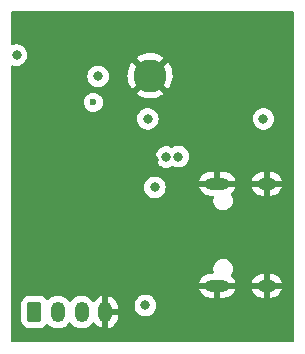
<source format=gbr>
%TF.GenerationSoftware,KiCad,Pcbnew,(6.0.7-1)-1*%
%TF.CreationDate,2022-11-24T20:11:50+01:00*%
%TF.ProjectId,Frost-ESP32,46726f73-742d-4455-9350-33322e6b6963,rev?*%
%TF.SameCoordinates,Original*%
%TF.FileFunction,Copper,L2,Inr*%
%TF.FilePolarity,Positive*%
%FSLAX46Y46*%
G04 Gerber Fmt 4.6, Leading zero omitted, Abs format (unit mm)*
G04 Created by KiCad (PCBNEW (6.0.7-1)-1) date 2022-11-24 20:11:50*
%MOMM*%
%LPD*%
G01*
G04 APERTURE LIST*
G04 Aperture macros list*
%AMRoundRect*
0 Rectangle with rounded corners*
0 $1 Rounding radius*
0 $2 $3 $4 $5 $6 $7 $8 $9 X,Y pos of 4 corners*
0 Add a 4 corners polygon primitive as box body*
4,1,4,$2,$3,$4,$5,$6,$7,$8,$9,$2,$3,0*
0 Add four circle primitives for the rounded corners*
1,1,$1+$1,$2,$3*
1,1,$1+$1,$4,$5*
1,1,$1+$1,$6,$7*
1,1,$1+$1,$8,$9*
0 Add four rect primitives between the rounded corners*
20,1,$1+$1,$2,$3,$4,$5,0*
20,1,$1+$1,$4,$5,$6,$7,0*
20,1,$1+$1,$6,$7,$8,$9,0*
20,1,$1+$1,$8,$9,$2,$3,0*%
G04 Aperture macros list end*
%TA.AperFunction,ComponentPad*%
%ADD10O,2.100000X1.000000*%
%TD*%
%TA.AperFunction,ComponentPad*%
%ADD11O,1.600000X1.000000*%
%TD*%
%TA.AperFunction,ComponentPad*%
%ADD12RoundRect,0.250000X-0.350000X-0.625000X0.350000X-0.625000X0.350000X0.625000X-0.350000X0.625000X0*%
%TD*%
%TA.AperFunction,ComponentPad*%
%ADD13O,1.200000X1.750000*%
%TD*%
%TA.AperFunction,ComponentPad*%
%ADD14C,2.800000*%
%TD*%
%TA.AperFunction,ViaPad*%
%ADD15C,0.800000*%
%TD*%
%TA.AperFunction,ViaPad*%
%ADD16C,0.600000*%
%TD*%
G04 APERTURE END LIST*
D10*
%TO.N,GND*%
%TO.C,J3*%
X111995000Y-82080000D03*
D11*
X116175000Y-90720000D03*
X116175000Y-82080000D03*
D10*
X111995000Y-90720000D03*
%TD*%
D12*
%TO.N,Net-(D2-Pad2)*%
%TO.C,J2*%
X96500000Y-92950000D03*
D13*
%TO.N,/CANL*%
X98500000Y-92950000D03*
%TO.N,/CANH*%
X100500000Y-92950000D03*
%TO.N,GND*%
X102500000Y-92950000D03*
%TD*%
D14*
%TO.N,GND*%
%TO.C,U1*%
X106300000Y-72950000D03*
%TD*%
D15*
%TO.N,+3V3*%
X95000000Y-71200000D03*
X105900000Y-92400000D03*
X106700000Y-82400000D03*
D16*
%TO.N,GND*%
X98600000Y-77900000D03*
D15*
X106600000Y-80100000D03*
D16*
X112100000Y-79600000D03*
X103200000Y-90500000D03*
D15*
%TO.N,/LED*%
X115900000Y-76600000D03*
X101900000Y-73000000D03*
%TO.N,/CS*%
X106100000Y-76600000D03*
%TO.N,/MOSI*%
X108700000Y-79800000D03*
%TO.N,/CLK*%
X107670271Y-79830226D03*
D16*
%TO.N,/MISO*%
X101500000Y-75200000D03*
%TD*%
%TA.AperFunction,Conductor*%
%TO.N,GND*%
G36*
X118433621Y-67520002D02*
G01*
X118480114Y-67573658D01*
X118491500Y-67626000D01*
X118491500Y-95365500D01*
X118471498Y-95433621D01*
X118417842Y-95480114D01*
X118365500Y-95491500D01*
X94634500Y-95491500D01*
X94566379Y-95471498D01*
X94519886Y-95417842D01*
X94508500Y-95365500D01*
X94508500Y-93625400D01*
X95391500Y-93625400D01*
X95402474Y-93731166D01*
X95458450Y-93898946D01*
X95551522Y-94049348D01*
X95676697Y-94174305D01*
X95682927Y-94178145D01*
X95682928Y-94178146D01*
X95820090Y-94262694D01*
X95827262Y-94267115D01*
X95863942Y-94279281D01*
X95988611Y-94320632D01*
X95988613Y-94320632D01*
X95995139Y-94322797D01*
X96001975Y-94323497D01*
X96001978Y-94323498D01*
X96040386Y-94327433D01*
X96099600Y-94333500D01*
X96900400Y-94333500D01*
X96903646Y-94333163D01*
X96903650Y-94333163D01*
X96999308Y-94323238D01*
X96999312Y-94323237D01*
X97006166Y-94322526D01*
X97012702Y-94320345D01*
X97012704Y-94320345D01*
X97148867Y-94274917D01*
X97173946Y-94266550D01*
X97324348Y-94173478D01*
X97449305Y-94048303D01*
X97481075Y-93996764D01*
X97533846Y-93949271D01*
X97603918Y-93937847D01*
X97669042Y-93966121D01*
X97687418Y-93985045D01*
X97693604Y-93992920D01*
X97698135Y-93996852D01*
X97698138Y-93996855D01*
X97783620Y-94071032D01*
X97853363Y-94131552D01*
X97858549Y-94134552D01*
X97858553Y-94134555D01*
X97954957Y-94190326D01*
X98036454Y-94237473D01*
X98236271Y-94306861D01*
X98242206Y-94307722D01*
X98242208Y-94307722D01*
X98439664Y-94336352D01*
X98439667Y-94336352D01*
X98445604Y-94337213D01*
X98656899Y-94327433D01*
X98788077Y-94295819D01*
X98856701Y-94279281D01*
X98856703Y-94279280D01*
X98862534Y-94277875D01*
X98867992Y-94275393D01*
X98867996Y-94275392D01*
X98983041Y-94223084D01*
X99055087Y-94190326D01*
X99227611Y-94067946D01*
X99373881Y-93915150D01*
X99385124Y-93897738D01*
X99394746Y-93882837D01*
X99448501Y-93836460D01*
X99518797Y-93826507D01*
X99583314Y-93856139D01*
X99599681Y-93873351D01*
X99693604Y-93992920D01*
X99698135Y-93996852D01*
X99698138Y-93996855D01*
X99783620Y-94071032D01*
X99853363Y-94131552D01*
X99858549Y-94134552D01*
X99858553Y-94134555D01*
X99954957Y-94190326D01*
X100036454Y-94237473D01*
X100236271Y-94306861D01*
X100242206Y-94307722D01*
X100242208Y-94307722D01*
X100439664Y-94336352D01*
X100439667Y-94336352D01*
X100445604Y-94337213D01*
X100656899Y-94327433D01*
X100788077Y-94295819D01*
X100856701Y-94279281D01*
X100856703Y-94279280D01*
X100862534Y-94277875D01*
X100867992Y-94275393D01*
X100867996Y-94275392D01*
X100983041Y-94223084D01*
X101055087Y-94190326D01*
X101227611Y-94067946D01*
X101373881Y-93915150D01*
X101377130Y-93910119D01*
X101377135Y-93910112D01*
X101395033Y-93882393D01*
X101448789Y-93836016D01*
X101519085Y-93826063D01*
X101583602Y-93855696D01*
X101599970Y-93872909D01*
X101690262Y-93987857D01*
X101698499Y-93996506D01*
X101849123Y-94127212D01*
X101858847Y-94134147D01*
X102031467Y-94234010D01*
X102042331Y-94238984D01*
X102230727Y-94304407D01*
X102231716Y-94304648D01*
X102242008Y-94303180D01*
X102246000Y-94289615D01*
X102246000Y-94285402D01*
X102754000Y-94285402D01*
X102757973Y-94298933D01*
X102767399Y-94300288D01*
X102856537Y-94278806D01*
X102867832Y-94274917D01*
X103049382Y-94192371D01*
X103059724Y-94186424D01*
X103222397Y-94071032D01*
X103231425Y-94063239D01*
X103369342Y-93919169D01*
X103376738Y-93909804D01*
X103484921Y-93742259D01*
X103490417Y-93731655D01*
X103564961Y-93546688D01*
X103568355Y-93535230D01*
X103606857Y-93338072D01*
X103607934Y-93329209D01*
X103608000Y-93326500D01*
X103608000Y-93222115D01*
X103603525Y-93206876D01*
X103602135Y-93205671D01*
X103594452Y-93204000D01*
X102772115Y-93204000D01*
X102756876Y-93208475D01*
X102755671Y-93209865D01*
X102754000Y-93217548D01*
X102754000Y-94285402D01*
X102246000Y-94285402D01*
X102246000Y-92677885D01*
X102754000Y-92677885D01*
X102758475Y-92693124D01*
X102759865Y-92694329D01*
X102767548Y-92696000D01*
X103589885Y-92696000D01*
X103605124Y-92691525D01*
X103606329Y-92690135D01*
X103608000Y-92682452D01*
X103608000Y-92625168D01*
X103607715Y-92619192D01*
X103593529Y-92470506D01*
X103591270Y-92458772D01*
X103574028Y-92400000D01*
X104986496Y-92400000D01*
X105006458Y-92589928D01*
X105065473Y-92771556D01*
X105160960Y-92936944D01*
X105288747Y-93078866D01*
X105443248Y-93191118D01*
X105449276Y-93193802D01*
X105449278Y-93193803D01*
X105611681Y-93266109D01*
X105617712Y-93268794D01*
X105711113Y-93288647D01*
X105798056Y-93307128D01*
X105798061Y-93307128D01*
X105804513Y-93308500D01*
X105995487Y-93308500D01*
X106001939Y-93307128D01*
X106001944Y-93307128D01*
X106088887Y-93288647D01*
X106182288Y-93268794D01*
X106188319Y-93266109D01*
X106350722Y-93193803D01*
X106350724Y-93193802D01*
X106356752Y-93191118D01*
X106511253Y-93078866D01*
X106639040Y-92936944D01*
X106734527Y-92771556D01*
X106793542Y-92589928D01*
X106813504Y-92400000D01*
X106799988Y-92271402D01*
X106794232Y-92216635D01*
X106794232Y-92216633D01*
X106793542Y-92210072D01*
X106734527Y-92028444D01*
X106639040Y-91863056D01*
X106633477Y-91856877D01*
X106515675Y-91726045D01*
X106515674Y-91726044D01*
X106511253Y-91721134D01*
X106395874Y-91637306D01*
X106362094Y-91612763D01*
X106362093Y-91612762D01*
X106356752Y-91608882D01*
X106350724Y-91606198D01*
X106350722Y-91606197D01*
X106188319Y-91533891D01*
X106188318Y-91533891D01*
X106182288Y-91531206D01*
X106088887Y-91511353D01*
X106001944Y-91492872D01*
X106001939Y-91492872D01*
X105995487Y-91491500D01*
X105804513Y-91491500D01*
X105798061Y-91492872D01*
X105798056Y-91492872D01*
X105711113Y-91511353D01*
X105617712Y-91531206D01*
X105611682Y-91533891D01*
X105611681Y-91533891D01*
X105449278Y-91606197D01*
X105449276Y-91606198D01*
X105443248Y-91608882D01*
X105437907Y-91612762D01*
X105437906Y-91612763D01*
X105404126Y-91637306D01*
X105288747Y-91721134D01*
X105284326Y-91726044D01*
X105284325Y-91726045D01*
X105166524Y-91856877D01*
X105160960Y-91863056D01*
X105065473Y-92028444D01*
X105006458Y-92210072D01*
X105005768Y-92216633D01*
X105005768Y-92216635D01*
X105000012Y-92271402D01*
X104986496Y-92400000D01*
X103574028Y-92400000D01*
X103535128Y-92267401D01*
X103530698Y-92256325D01*
X103439381Y-92079022D01*
X103432931Y-92068976D01*
X103309738Y-91912143D01*
X103301501Y-91903494D01*
X103150877Y-91772788D01*
X103141153Y-91765853D01*
X102968533Y-91665990D01*
X102957669Y-91661016D01*
X102769273Y-91595593D01*
X102768284Y-91595352D01*
X102757992Y-91596820D01*
X102754000Y-91610385D01*
X102754000Y-92677885D01*
X102246000Y-92677885D01*
X102246000Y-91614598D01*
X102242027Y-91601067D01*
X102232601Y-91599712D01*
X102143463Y-91621194D01*
X102132168Y-91625083D01*
X101950618Y-91707629D01*
X101940276Y-91713576D01*
X101777603Y-91828968D01*
X101768575Y-91836761D01*
X101630658Y-91980831D01*
X101623259Y-91990200D01*
X101605582Y-92017577D01*
X101551828Y-92063955D01*
X101481532Y-92073909D01*
X101417015Y-92044278D01*
X101400644Y-92027063D01*
X101392867Y-92017163D01*
X101306396Y-91907080D01*
X101301865Y-91903148D01*
X101301862Y-91903145D01*
X101151167Y-91772379D01*
X101146637Y-91768448D01*
X101141451Y-91765448D01*
X101141447Y-91765445D01*
X100968742Y-91665533D01*
X100963546Y-91662527D01*
X100763729Y-91593139D01*
X100757794Y-91592278D01*
X100757792Y-91592278D01*
X100560336Y-91563648D01*
X100560333Y-91563648D01*
X100554396Y-91562787D01*
X100343101Y-91572567D01*
X100230466Y-91599712D01*
X100143299Y-91620719D01*
X100143297Y-91620720D01*
X100137466Y-91622125D01*
X100132008Y-91624607D01*
X100132004Y-91624608D01*
X100040990Y-91665990D01*
X99944913Y-91709674D01*
X99772389Y-91832054D01*
X99626119Y-91984850D01*
X99622866Y-91989888D01*
X99605254Y-92017163D01*
X99551499Y-92063540D01*
X99481203Y-92073493D01*
X99416686Y-92043861D01*
X99400317Y-92026647D01*
X99393193Y-92017577D01*
X99306396Y-91907080D01*
X99301865Y-91903148D01*
X99301862Y-91903145D01*
X99151167Y-91772379D01*
X99146637Y-91768448D01*
X99141451Y-91765448D01*
X99141447Y-91765445D01*
X98968742Y-91665533D01*
X98963546Y-91662527D01*
X98763729Y-91593139D01*
X98757794Y-91592278D01*
X98757792Y-91592278D01*
X98560336Y-91563648D01*
X98560333Y-91563648D01*
X98554396Y-91562787D01*
X98343101Y-91572567D01*
X98230466Y-91599712D01*
X98143299Y-91620719D01*
X98143297Y-91620720D01*
X98137466Y-91622125D01*
X98132008Y-91624607D01*
X98132004Y-91624608D01*
X98040990Y-91665990D01*
X97944913Y-91709674D01*
X97772389Y-91832054D01*
X97768247Y-91836381D01*
X97768241Y-91836386D01*
X97681194Y-91927317D01*
X97619639Y-91962694D01*
X97548730Y-91959175D01*
X97490979Y-91917879D01*
X97483032Y-91906491D01*
X97448478Y-91850652D01*
X97323303Y-91725695D01*
X97315904Y-91721134D01*
X97178968Y-91636725D01*
X97178966Y-91636724D01*
X97172738Y-91632885D01*
X97064005Y-91596820D01*
X97011389Y-91579368D01*
X97011387Y-91579368D01*
X97004861Y-91577203D01*
X96998025Y-91576503D01*
X96998022Y-91576502D01*
X96954969Y-91572091D01*
X96900400Y-91566500D01*
X96099600Y-91566500D01*
X96096354Y-91566837D01*
X96096350Y-91566837D01*
X96000692Y-91576762D01*
X96000688Y-91576763D01*
X95993834Y-91577474D01*
X95987298Y-91579655D01*
X95987296Y-91579655D01*
X95923117Y-91601067D01*
X95826054Y-91633450D01*
X95675652Y-91726522D01*
X95550695Y-91851697D01*
X95546855Y-91857927D01*
X95546854Y-91857928D01*
X95509900Y-91917879D01*
X95457885Y-92002262D01*
X95402203Y-92170139D01*
X95391500Y-92274600D01*
X95391500Y-93625400D01*
X94508500Y-93625400D01*
X94508500Y-90985768D01*
X110472425Y-90985768D01*
X110504138Y-91093521D01*
X110508731Y-91104889D01*
X110594607Y-91269154D01*
X110601321Y-91279415D01*
X110717468Y-91423873D01*
X110726046Y-91432632D01*
X110868039Y-91551778D01*
X110878159Y-91558708D01*
X111040585Y-91648002D01*
X111051858Y-91652834D01*
X111228538Y-91708880D01*
X111240532Y-91711430D01*
X111384761Y-91727607D01*
X111391785Y-91728000D01*
X111722885Y-91728000D01*
X111738124Y-91723525D01*
X111739329Y-91722135D01*
X111741000Y-91714452D01*
X111741000Y-91709885D01*
X112249000Y-91709885D01*
X112253475Y-91725124D01*
X112254865Y-91726329D01*
X112262548Y-91728000D01*
X112591657Y-91728000D01*
X112597805Y-91727699D01*
X112735603Y-91714188D01*
X112747638Y-91711805D01*
X112925076Y-91658233D01*
X112936416Y-91653559D01*
X113100077Y-91566540D01*
X113110294Y-91559751D01*
X113253933Y-91442603D01*
X113262637Y-91433959D01*
X113380784Y-91291144D01*
X113387644Y-91280973D01*
X113475804Y-91117924D01*
X113480556Y-91106619D01*
X113516250Y-90991308D01*
X113516331Y-90985768D01*
X114902425Y-90985768D01*
X114934138Y-91093521D01*
X114938731Y-91104889D01*
X115024607Y-91269154D01*
X115031321Y-91279415D01*
X115147468Y-91423873D01*
X115156046Y-91432632D01*
X115298039Y-91551778D01*
X115308159Y-91558708D01*
X115470585Y-91648002D01*
X115481858Y-91652834D01*
X115658538Y-91708880D01*
X115670532Y-91711430D01*
X115814761Y-91727607D01*
X115821785Y-91728000D01*
X115902885Y-91728000D01*
X115918124Y-91723525D01*
X115919329Y-91722135D01*
X115921000Y-91714452D01*
X115921000Y-91709885D01*
X116429000Y-91709885D01*
X116433475Y-91725124D01*
X116434865Y-91726329D01*
X116442548Y-91728000D01*
X116521657Y-91728000D01*
X116527805Y-91727699D01*
X116665603Y-91714188D01*
X116677638Y-91711805D01*
X116855076Y-91658233D01*
X116866416Y-91653559D01*
X117030077Y-91566540D01*
X117040294Y-91559751D01*
X117183933Y-91442603D01*
X117192637Y-91433959D01*
X117310784Y-91291144D01*
X117317644Y-91280973D01*
X117405804Y-91117924D01*
X117410556Y-91106619D01*
X117446250Y-90991308D01*
X117446456Y-90977205D01*
X117439701Y-90974000D01*
X116447115Y-90974000D01*
X116431876Y-90978475D01*
X116430671Y-90979865D01*
X116429000Y-90987548D01*
X116429000Y-91709885D01*
X115921000Y-91709885D01*
X115921000Y-90992115D01*
X115916525Y-90976876D01*
X115915135Y-90975671D01*
X115907452Y-90974000D01*
X114917076Y-90974000D01*
X114903545Y-90977973D01*
X114902425Y-90985768D01*
X113516331Y-90985768D01*
X113516456Y-90977205D01*
X113509701Y-90974000D01*
X112267115Y-90974000D01*
X112251876Y-90978475D01*
X112250671Y-90979865D01*
X112249000Y-90987548D01*
X112249000Y-91709885D01*
X111741000Y-91709885D01*
X111741000Y-90992115D01*
X111736525Y-90976876D01*
X111735135Y-90975671D01*
X111727452Y-90974000D01*
X110487076Y-90974000D01*
X110473545Y-90977973D01*
X110472425Y-90985768D01*
X94508500Y-90985768D01*
X94508500Y-90462795D01*
X110473544Y-90462795D01*
X110480299Y-90466000D01*
X113502924Y-90466000D01*
X113513839Y-90462795D01*
X114903544Y-90462795D01*
X114910299Y-90466000D01*
X115902885Y-90466000D01*
X115918124Y-90461525D01*
X115919329Y-90460135D01*
X115921000Y-90452452D01*
X115921000Y-90447885D01*
X116429000Y-90447885D01*
X116433475Y-90463124D01*
X116434865Y-90464329D01*
X116442548Y-90466000D01*
X117432924Y-90466000D01*
X117446455Y-90462027D01*
X117447575Y-90454232D01*
X117415862Y-90346479D01*
X117411269Y-90335111D01*
X117325393Y-90170846D01*
X117318679Y-90160585D01*
X117202532Y-90016127D01*
X117193954Y-90007368D01*
X117051961Y-89888222D01*
X117041841Y-89881292D01*
X116879415Y-89791998D01*
X116868142Y-89787166D01*
X116691462Y-89731120D01*
X116679468Y-89728570D01*
X116535239Y-89712393D01*
X116528215Y-89712000D01*
X116447115Y-89712000D01*
X116431876Y-89716475D01*
X116430671Y-89717865D01*
X116429000Y-89725548D01*
X116429000Y-90447885D01*
X115921000Y-90447885D01*
X115921000Y-89730115D01*
X115916525Y-89714876D01*
X115915135Y-89713671D01*
X115907452Y-89712000D01*
X115828343Y-89712000D01*
X115822195Y-89712301D01*
X115684397Y-89725812D01*
X115672362Y-89728195D01*
X115494924Y-89781767D01*
X115483584Y-89786441D01*
X115319923Y-89873460D01*
X115309706Y-89880249D01*
X115166067Y-89997397D01*
X115157363Y-90006041D01*
X115039216Y-90148856D01*
X115032356Y-90159027D01*
X114944196Y-90322076D01*
X114939444Y-90333381D01*
X114903750Y-90448692D01*
X114903544Y-90462795D01*
X113513839Y-90462795D01*
X113516455Y-90462027D01*
X113517575Y-90454232D01*
X113485862Y-90346479D01*
X113481269Y-90335111D01*
X113395393Y-90170846D01*
X113388679Y-90160585D01*
X113272532Y-90016127D01*
X113263954Y-90007368D01*
X113192785Y-89947650D01*
X113153458Y-89888541D01*
X113152332Y-89817553D01*
X113169564Y-89780305D01*
X113231442Y-89689255D01*
X113235277Y-89683612D01*
X113302530Y-89515466D01*
X113303644Y-89508738D01*
X113303645Y-89508734D01*
X113330993Y-89343539D01*
X113330993Y-89343536D01*
X113332108Y-89336802D01*
X113327203Y-89243198D01*
X113322987Y-89162766D01*
X113322630Y-89155953D01*
X113299304Y-89071266D01*
X113276352Y-88987941D01*
X113274539Y-88981359D01*
X113190078Y-88821164D01*
X113185673Y-88815951D01*
X113185670Y-88815947D01*
X113077594Y-88688057D01*
X113077590Y-88688053D01*
X113073187Y-88682843D01*
X113067762Y-88678695D01*
X112934743Y-88576994D01*
X112934739Y-88576991D01*
X112929322Y-88572850D01*
X112824186Y-88523825D01*
X112771369Y-88499195D01*
X112771366Y-88499194D01*
X112765192Y-88496315D01*
X112758544Y-88494829D01*
X112758541Y-88494828D01*
X112593494Y-88457936D01*
X112593495Y-88457936D01*
X112588457Y-88456810D01*
X112582912Y-88456500D01*
X112449756Y-88456500D01*
X112314963Y-88471143D01*
X112231609Y-88499195D01*
X112149796Y-88526728D01*
X112149794Y-88526729D01*
X112143325Y-88528906D01*
X111988095Y-88622177D01*
X111983138Y-88626865D01*
X111983135Y-88626867D01*
X111928329Y-88678695D01*
X111856515Y-88746607D01*
X111852683Y-88752245D01*
X111852680Y-88752249D01*
X111801740Y-88827205D01*
X111754723Y-88896388D01*
X111687470Y-89064534D01*
X111686356Y-89071262D01*
X111686355Y-89071266D01*
X111659007Y-89236461D01*
X111657892Y-89243198D01*
X111658249Y-89250015D01*
X111658249Y-89250019D01*
X111663151Y-89343539D01*
X111667370Y-89424047D01*
X111694297Y-89521803D01*
X111702763Y-89552540D01*
X111701569Y-89623526D01*
X111662186Y-89682599D01*
X111597119Y-89711001D01*
X111581287Y-89712000D01*
X111398343Y-89712000D01*
X111392195Y-89712301D01*
X111254397Y-89725812D01*
X111242362Y-89728195D01*
X111064924Y-89781767D01*
X111053584Y-89786441D01*
X110889923Y-89873460D01*
X110879706Y-89880249D01*
X110736067Y-89997397D01*
X110727363Y-90006041D01*
X110609216Y-90148856D01*
X110602356Y-90159027D01*
X110514196Y-90322076D01*
X110509444Y-90333381D01*
X110473750Y-90448692D01*
X110473544Y-90462795D01*
X94508500Y-90462795D01*
X94508500Y-82400000D01*
X105786496Y-82400000D01*
X105806458Y-82589928D01*
X105865473Y-82771556D01*
X105960960Y-82936944D01*
X105965378Y-82941851D01*
X105965379Y-82941852D01*
X106082389Y-83071805D01*
X106088747Y-83078866D01*
X106243248Y-83191118D01*
X106249276Y-83193802D01*
X106249278Y-83193803D01*
X106281033Y-83207941D01*
X106417712Y-83268794D01*
X106511113Y-83288647D01*
X106598056Y-83307128D01*
X106598061Y-83307128D01*
X106604513Y-83308500D01*
X106795487Y-83308500D01*
X106801939Y-83307128D01*
X106801944Y-83307128D01*
X106888887Y-83288647D01*
X106982288Y-83268794D01*
X107118967Y-83207941D01*
X107150722Y-83193803D01*
X107150724Y-83193802D01*
X107156752Y-83191118D01*
X107311253Y-83078866D01*
X107317611Y-83071805D01*
X107434621Y-82941852D01*
X107434622Y-82941851D01*
X107439040Y-82936944D01*
X107534527Y-82771556D01*
X107593542Y-82589928D01*
X107613504Y-82400000D01*
X107607804Y-82345768D01*
X110472425Y-82345768D01*
X110504138Y-82453521D01*
X110508731Y-82464889D01*
X110594607Y-82629154D01*
X110601321Y-82639415D01*
X110717468Y-82783873D01*
X110726046Y-82792632D01*
X110868039Y-82911778D01*
X110878159Y-82918708D01*
X111040585Y-83008002D01*
X111051858Y-83012834D01*
X111228538Y-83068880D01*
X111240532Y-83071430D01*
X111384761Y-83087607D01*
X111391785Y-83088000D01*
X111579977Y-83088000D01*
X111648098Y-83108002D01*
X111694591Y-83161658D01*
X111704695Y-83231932D01*
X111696966Y-83260792D01*
X111687470Y-83284534D01*
X111686356Y-83291262D01*
X111686355Y-83291266D01*
X111659007Y-83456461D01*
X111657892Y-83463198D01*
X111658249Y-83470015D01*
X111658249Y-83470019D01*
X111663151Y-83563539D01*
X111667370Y-83644047D01*
X111669181Y-83650620D01*
X111669181Y-83650623D01*
X111692551Y-83735466D01*
X111715461Y-83818641D01*
X111799922Y-83978836D01*
X111804327Y-83984049D01*
X111804330Y-83984053D01*
X111912406Y-84111943D01*
X111912410Y-84111947D01*
X111916813Y-84117157D01*
X111922237Y-84121304D01*
X111922238Y-84121305D01*
X112055257Y-84223006D01*
X112055261Y-84223009D01*
X112060678Y-84227150D01*
X112147372Y-84267576D01*
X112218631Y-84300805D01*
X112218634Y-84300806D01*
X112224808Y-84303685D01*
X112231456Y-84305171D01*
X112231459Y-84305172D01*
X112337421Y-84328857D01*
X112401543Y-84343190D01*
X112407088Y-84343500D01*
X112540244Y-84343500D01*
X112675037Y-84328857D01*
X112793190Y-84289094D01*
X112840204Y-84273272D01*
X112840206Y-84273271D01*
X112846675Y-84271094D01*
X113001905Y-84177823D01*
X113006862Y-84173135D01*
X113006865Y-84173133D01*
X113128527Y-84058082D01*
X113128529Y-84058080D01*
X113133485Y-84053393D01*
X113137317Y-84047755D01*
X113137320Y-84047751D01*
X113231442Y-83909255D01*
X113235277Y-83903612D01*
X113302530Y-83735466D01*
X113303644Y-83728738D01*
X113303645Y-83728734D01*
X113330993Y-83563539D01*
X113330993Y-83563536D01*
X113332108Y-83556802D01*
X113327203Y-83463198D01*
X113322987Y-83382766D01*
X113322630Y-83375953D01*
X113304051Y-83308500D01*
X113276352Y-83207941D01*
X113274539Y-83201359D01*
X113190078Y-83041164D01*
X113185671Y-83035949D01*
X113185669Y-83035946D01*
X113179549Y-83028705D01*
X113150855Y-82963765D01*
X113161825Y-82893622D01*
X113196148Y-82849731D01*
X113253933Y-82802603D01*
X113262637Y-82793959D01*
X113380784Y-82651144D01*
X113387644Y-82640973D01*
X113475804Y-82477924D01*
X113480556Y-82466619D01*
X113516250Y-82351308D01*
X113516331Y-82345768D01*
X114902425Y-82345768D01*
X114934138Y-82453521D01*
X114938731Y-82464889D01*
X115024607Y-82629154D01*
X115031321Y-82639415D01*
X115147468Y-82783873D01*
X115156046Y-82792632D01*
X115298039Y-82911778D01*
X115308159Y-82918708D01*
X115470585Y-83008002D01*
X115481858Y-83012834D01*
X115658538Y-83068880D01*
X115670532Y-83071430D01*
X115814761Y-83087607D01*
X115821785Y-83088000D01*
X115902885Y-83088000D01*
X115918124Y-83083525D01*
X115919329Y-83082135D01*
X115921000Y-83074452D01*
X115921000Y-83069885D01*
X116429000Y-83069885D01*
X116433475Y-83085124D01*
X116434865Y-83086329D01*
X116442548Y-83088000D01*
X116521657Y-83088000D01*
X116527805Y-83087699D01*
X116665603Y-83074188D01*
X116677638Y-83071805D01*
X116855076Y-83018233D01*
X116866416Y-83013559D01*
X117030077Y-82926540D01*
X117040294Y-82919751D01*
X117183933Y-82802603D01*
X117192637Y-82793959D01*
X117310784Y-82651144D01*
X117317644Y-82640973D01*
X117405804Y-82477924D01*
X117410556Y-82466619D01*
X117446250Y-82351308D01*
X117446456Y-82337205D01*
X117439701Y-82334000D01*
X116447115Y-82334000D01*
X116431876Y-82338475D01*
X116430671Y-82339865D01*
X116429000Y-82347548D01*
X116429000Y-83069885D01*
X115921000Y-83069885D01*
X115921000Y-82352115D01*
X115916525Y-82336876D01*
X115915135Y-82335671D01*
X115907452Y-82334000D01*
X114917076Y-82334000D01*
X114903545Y-82337973D01*
X114902425Y-82345768D01*
X113516331Y-82345768D01*
X113516456Y-82337205D01*
X113509701Y-82334000D01*
X110487076Y-82334000D01*
X110473545Y-82337973D01*
X110472425Y-82345768D01*
X107607804Y-82345768D01*
X107606904Y-82337205D01*
X107594232Y-82216635D01*
X107594232Y-82216633D01*
X107593542Y-82210072D01*
X107534527Y-82028444D01*
X107439040Y-81863056D01*
X107402789Y-81822795D01*
X110473544Y-81822795D01*
X110480299Y-81826000D01*
X111722885Y-81826000D01*
X111738124Y-81821525D01*
X111739329Y-81820135D01*
X111741000Y-81812452D01*
X111741000Y-81807885D01*
X112249000Y-81807885D01*
X112253475Y-81823124D01*
X112254865Y-81824329D01*
X112262548Y-81826000D01*
X113502924Y-81826000D01*
X113513839Y-81822795D01*
X114903544Y-81822795D01*
X114910299Y-81826000D01*
X115902885Y-81826000D01*
X115918124Y-81821525D01*
X115919329Y-81820135D01*
X115921000Y-81812452D01*
X115921000Y-81807885D01*
X116429000Y-81807885D01*
X116433475Y-81823124D01*
X116434865Y-81824329D01*
X116442548Y-81826000D01*
X117432924Y-81826000D01*
X117446455Y-81822027D01*
X117447575Y-81814232D01*
X117415862Y-81706479D01*
X117411269Y-81695111D01*
X117325393Y-81530846D01*
X117318679Y-81520585D01*
X117202532Y-81376127D01*
X117193954Y-81367368D01*
X117051961Y-81248222D01*
X117041841Y-81241292D01*
X116879415Y-81151998D01*
X116868142Y-81147166D01*
X116691462Y-81091120D01*
X116679468Y-81088570D01*
X116535239Y-81072393D01*
X116528215Y-81072000D01*
X116447115Y-81072000D01*
X116431876Y-81076475D01*
X116430671Y-81077865D01*
X116429000Y-81085548D01*
X116429000Y-81807885D01*
X115921000Y-81807885D01*
X115921000Y-81090115D01*
X115916525Y-81074876D01*
X115915135Y-81073671D01*
X115907452Y-81072000D01*
X115828343Y-81072000D01*
X115822195Y-81072301D01*
X115684397Y-81085812D01*
X115672362Y-81088195D01*
X115494924Y-81141767D01*
X115483584Y-81146441D01*
X115319923Y-81233460D01*
X115309706Y-81240249D01*
X115166067Y-81357397D01*
X115157363Y-81366041D01*
X115039216Y-81508856D01*
X115032356Y-81519027D01*
X114944196Y-81682076D01*
X114939444Y-81693381D01*
X114903750Y-81808692D01*
X114903544Y-81822795D01*
X113513839Y-81822795D01*
X113516455Y-81822027D01*
X113517575Y-81814232D01*
X113485862Y-81706479D01*
X113481269Y-81695111D01*
X113395393Y-81530846D01*
X113388679Y-81520585D01*
X113272532Y-81376127D01*
X113263954Y-81367368D01*
X113121961Y-81248222D01*
X113111841Y-81241292D01*
X112949415Y-81151998D01*
X112938142Y-81147166D01*
X112761462Y-81091120D01*
X112749468Y-81088570D01*
X112605239Y-81072393D01*
X112598215Y-81072000D01*
X112267115Y-81072000D01*
X112251876Y-81076475D01*
X112250671Y-81077865D01*
X112249000Y-81085548D01*
X112249000Y-81807885D01*
X111741000Y-81807885D01*
X111741000Y-81090115D01*
X111736525Y-81074876D01*
X111735135Y-81073671D01*
X111727452Y-81072000D01*
X111398343Y-81072000D01*
X111392195Y-81072301D01*
X111254397Y-81085812D01*
X111242362Y-81088195D01*
X111064924Y-81141767D01*
X111053584Y-81146441D01*
X110889923Y-81233460D01*
X110879706Y-81240249D01*
X110736067Y-81357397D01*
X110727363Y-81366041D01*
X110609216Y-81508856D01*
X110602356Y-81519027D01*
X110514196Y-81682076D01*
X110509444Y-81693381D01*
X110473750Y-81808692D01*
X110473544Y-81822795D01*
X107402789Y-81822795D01*
X107402098Y-81822027D01*
X107315675Y-81726045D01*
X107315674Y-81726044D01*
X107311253Y-81721134D01*
X107156752Y-81608882D01*
X107150724Y-81606198D01*
X107150722Y-81606197D01*
X106988319Y-81533891D01*
X106988318Y-81533891D01*
X106982288Y-81531206D01*
X106877140Y-81508856D01*
X106801944Y-81492872D01*
X106801939Y-81492872D01*
X106795487Y-81491500D01*
X106604513Y-81491500D01*
X106598061Y-81492872D01*
X106598056Y-81492872D01*
X106522860Y-81508856D01*
X106417712Y-81531206D01*
X106411682Y-81533891D01*
X106411681Y-81533891D01*
X106249278Y-81606197D01*
X106249276Y-81606198D01*
X106243248Y-81608882D01*
X106088747Y-81721134D01*
X106084326Y-81726044D01*
X106084325Y-81726045D01*
X105997903Y-81822027D01*
X105960960Y-81863056D01*
X105865473Y-82028444D01*
X105806458Y-82210072D01*
X105805768Y-82216633D01*
X105805768Y-82216635D01*
X105793096Y-82337205D01*
X105786496Y-82400000D01*
X94508500Y-82400000D01*
X94508500Y-79830226D01*
X106756767Y-79830226D01*
X106776729Y-80020154D01*
X106835744Y-80201782D01*
X106931231Y-80367170D01*
X106935649Y-80372077D01*
X106935650Y-80372078D01*
X107031802Y-80478866D01*
X107059018Y-80509092D01*
X107134606Y-80564010D01*
X107184288Y-80600106D01*
X107213519Y-80621344D01*
X107219547Y-80624028D01*
X107219549Y-80624029D01*
X107381952Y-80696335D01*
X107387983Y-80699020D01*
X107481384Y-80718873D01*
X107568327Y-80737354D01*
X107568332Y-80737354D01*
X107574784Y-80738726D01*
X107765758Y-80738726D01*
X107772210Y-80737354D01*
X107772215Y-80737354D01*
X107859158Y-80718873D01*
X107952559Y-80699020D01*
X107958590Y-80696335D01*
X108120993Y-80624029D01*
X108120995Y-80624028D01*
X108127023Y-80621344D01*
X108138125Y-80613278D01*
X108204992Y-80589419D01*
X108263435Y-80600106D01*
X108417712Y-80668794D01*
X108511112Y-80688647D01*
X108598056Y-80707128D01*
X108598061Y-80707128D01*
X108604513Y-80708500D01*
X108795487Y-80708500D01*
X108801939Y-80707128D01*
X108801944Y-80707128D01*
X108888888Y-80688647D01*
X108982288Y-80668794D01*
X108988319Y-80666109D01*
X109150722Y-80593803D01*
X109150724Y-80593802D01*
X109156752Y-80591118D01*
X109311253Y-80478866D01*
X109407405Y-80372078D01*
X109434621Y-80341852D01*
X109434622Y-80341851D01*
X109439040Y-80336944D01*
X109534527Y-80171556D01*
X109593542Y-79989928D01*
X109613504Y-79800000D01*
X109593542Y-79610072D01*
X109534527Y-79428444D01*
X109439040Y-79263056D01*
X109342891Y-79156271D01*
X109315675Y-79126045D01*
X109315674Y-79126044D01*
X109311253Y-79121134D01*
X109194659Y-79036423D01*
X109162094Y-79012763D01*
X109162093Y-79012762D01*
X109156752Y-79008882D01*
X109150724Y-79006198D01*
X109150722Y-79006197D01*
X108988319Y-78933891D01*
X108988318Y-78933891D01*
X108982288Y-78931206D01*
X108888888Y-78911353D01*
X108801944Y-78892872D01*
X108801939Y-78892872D01*
X108795487Y-78891500D01*
X108604513Y-78891500D01*
X108598061Y-78892872D01*
X108598056Y-78892872D01*
X108511112Y-78911353D01*
X108417712Y-78931206D01*
X108411682Y-78933891D01*
X108411681Y-78933891D01*
X108249278Y-79006197D01*
X108249276Y-79006198D01*
X108243248Y-79008882D01*
X108237904Y-79012764D01*
X108237905Y-79012764D01*
X108232146Y-79016948D01*
X108165279Y-79040807D01*
X108106836Y-79030120D01*
X107952559Y-78961432D01*
X107822990Y-78933891D01*
X107772215Y-78923098D01*
X107772210Y-78923098D01*
X107765758Y-78921726D01*
X107574784Y-78921726D01*
X107568332Y-78923098D01*
X107568327Y-78923098D01*
X107517552Y-78933891D01*
X107387983Y-78961432D01*
X107381953Y-78964117D01*
X107381952Y-78964117D01*
X107219549Y-79036423D01*
X107219547Y-79036424D01*
X107213519Y-79039108D01*
X107059018Y-79151360D01*
X107054597Y-79156270D01*
X107054596Y-79156271D01*
X106958447Y-79263056D01*
X106931231Y-79293282D01*
X106835744Y-79458670D01*
X106776729Y-79640298D01*
X106756767Y-79830226D01*
X94508500Y-79830226D01*
X94508500Y-76600000D01*
X105186496Y-76600000D01*
X105206458Y-76789928D01*
X105265473Y-76971556D01*
X105360960Y-77136944D01*
X105488747Y-77278866D01*
X105643248Y-77391118D01*
X105649276Y-77393802D01*
X105649278Y-77393803D01*
X105811681Y-77466109D01*
X105817712Y-77468794D01*
X105911112Y-77488647D01*
X105998056Y-77507128D01*
X105998061Y-77507128D01*
X106004513Y-77508500D01*
X106195487Y-77508500D01*
X106201939Y-77507128D01*
X106201944Y-77507128D01*
X106288888Y-77488647D01*
X106382288Y-77468794D01*
X106388319Y-77466109D01*
X106550722Y-77393803D01*
X106550724Y-77393802D01*
X106556752Y-77391118D01*
X106711253Y-77278866D01*
X106839040Y-77136944D01*
X106934527Y-76971556D01*
X106993542Y-76789928D01*
X107013504Y-76600000D01*
X114986496Y-76600000D01*
X115006458Y-76789928D01*
X115065473Y-76971556D01*
X115160960Y-77136944D01*
X115288747Y-77278866D01*
X115443248Y-77391118D01*
X115449276Y-77393802D01*
X115449278Y-77393803D01*
X115611681Y-77466109D01*
X115617712Y-77468794D01*
X115711112Y-77488647D01*
X115798056Y-77507128D01*
X115798061Y-77507128D01*
X115804513Y-77508500D01*
X115995487Y-77508500D01*
X116001939Y-77507128D01*
X116001944Y-77507128D01*
X116088888Y-77488647D01*
X116182288Y-77468794D01*
X116188319Y-77466109D01*
X116350722Y-77393803D01*
X116350724Y-77393802D01*
X116356752Y-77391118D01*
X116511253Y-77278866D01*
X116639040Y-77136944D01*
X116734527Y-76971556D01*
X116793542Y-76789928D01*
X116813504Y-76600000D01*
X116793542Y-76410072D01*
X116734527Y-76228444D01*
X116639040Y-76063056D01*
X116593790Y-76012800D01*
X116515675Y-75926045D01*
X116515674Y-75926044D01*
X116511253Y-75921134D01*
X116404002Y-75843211D01*
X116362094Y-75812763D01*
X116362093Y-75812762D01*
X116356752Y-75808882D01*
X116350724Y-75806198D01*
X116350722Y-75806197D01*
X116188319Y-75733891D01*
X116188318Y-75733891D01*
X116182288Y-75731206D01*
X116088888Y-75711353D01*
X116001944Y-75692872D01*
X116001939Y-75692872D01*
X115995487Y-75691500D01*
X115804513Y-75691500D01*
X115798061Y-75692872D01*
X115798056Y-75692872D01*
X115711112Y-75711353D01*
X115617712Y-75731206D01*
X115611682Y-75733891D01*
X115611681Y-75733891D01*
X115449278Y-75806197D01*
X115449276Y-75806198D01*
X115443248Y-75808882D01*
X115437907Y-75812762D01*
X115437906Y-75812763D01*
X115395998Y-75843211D01*
X115288747Y-75921134D01*
X115284326Y-75926044D01*
X115284325Y-75926045D01*
X115206211Y-76012800D01*
X115160960Y-76063056D01*
X115065473Y-76228444D01*
X115006458Y-76410072D01*
X114986496Y-76600000D01*
X107013504Y-76600000D01*
X106993542Y-76410072D01*
X106934527Y-76228444D01*
X106839040Y-76063056D01*
X106793790Y-76012800D01*
X106715675Y-75926045D01*
X106715674Y-75926044D01*
X106711253Y-75921134D01*
X106604002Y-75843211D01*
X106562094Y-75812763D01*
X106562093Y-75812762D01*
X106556752Y-75808882D01*
X106550724Y-75806198D01*
X106550722Y-75806197D01*
X106388319Y-75733891D01*
X106388318Y-75733891D01*
X106382288Y-75731206D01*
X106288888Y-75711353D01*
X106201944Y-75692872D01*
X106201939Y-75692872D01*
X106195487Y-75691500D01*
X106004513Y-75691500D01*
X105998061Y-75692872D01*
X105998056Y-75692872D01*
X105911112Y-75711353D01*
X105817712Y-75731206D01*
X105811682Y-75733891D01*
X105811681Y-75733891D01*
X105649278Y-75806197D01*
X105649276Y-75806198D01*
X105643248Y-75808882D01*
X105637907Y-75812762D01*
X105637906Y-75812763D01*
X105595998Y-75843211D01*
X105488747Y-75921134D01*
X105484326Y-75926044D01*
X105484325Y-75926045D01*
X105406211Y-76012800D01*
X105360960Y-76063056D01*
X105265473Y-76228444D01*
X105206458Y-76410072D01*
X105186496Y-76600000D01*
X94508500Y-76600000D01*
X94508500Y-75188640D01*
X100686463Y-75188640D01*
X100704163Y-75369160D01*
X100761418Y-75541273D01*
X100765065Y-75547295D01*
X100765066Y-75547297D01*
X100775978Y-75565314D01*
X100855380Y-75696424D01*
X100981382Y-75826902D01*
X100987278Y-75830760D01*
X101125384Y-75921134D01*
X101133159Y-75926222D01*
X101139763Y-75928678D01*
X101139765Y-75928679D01*
X101296558Y-75986990D01*
X101296560Y-75986990D01*
X101303168Y-75989448D01*
X101386995Y-76000633D01*
X101475980Y-76012507D01*
X101475984Y-76012507D01*
X101482961Y-76013438D01*
X101489972Y-76012800D01*
X101489976Y-76012800D01*
X101632459Y-75999832D01*
X101663600Y-75996998D01*
X101670302Y-75994820D01*
X101670304Y-75994820D01*
X101829409Y-75943124D01*
X101829412Y-75943123D01*
X101836108Y-75940947D01*
X101991912Y-75848069D01*
X102123266Y-75722982D01*
X102223643Y-75571902D01*
X102288055Y-75402338D01*
X102289035Y-75395366D01*
X102312748Y-75226639D01*
X102312748Y-75226636D01*
X102313299Y-75222717D01*
X102313616Y-75200000D01*
X102293397Y-75019745D01*
X102291080Y-75013091D01*
X102236064Y-74855106D01*
X102236062Y-74855103D01*
X102233745Y-74848448D01*
X102137626Y-74694624D01*
X102095383Y-74652085D01*
X102014778Y-74570915D01*
X102014774Y-74570912D01*
X102009815Y-74565918D01*
X101998697Y-74558862D01*
X101925173Y-74512203D01*
X101856666Y-74468727D01*
X101854080Y-74467806D01*
X105147361Y-74467806D01*
X105154751Y-74478108D01*
X105196630Y-74512203D01*
X105203909Y-74517318D01*
X105427756Y-74652085D01*
X105435670Y-74656118D01*
X105676286Y-74758006D01*
X105684691Y-74760883D01*
X105937257Y-74827850D01*
X105945989Y-74829516D01*
X106205474Y-74860227D01*
X106214340Y-74860645D01*
X106475561Y-74854490D01*
X106484414Y-74853653D01*
X106742162Y-74810752D01*
X106750796Y-74808679D01*
X106999930Y-74729888D01*
X107008192Y-74726617D01*
X107243731Y-74613513D01*
X107251455Y-74609107D01*
X107445268Y-74479606D01*
X107453556Y-74469688D01*
X107446299Y-74455509D01*
X106312812Y-73322022D01*
X106298868Y-73314408D01*
X106297035Y-73314539D01*
X106290420Y-73318790D01*
X105154527Y-74454683D01*
X105147361Y-74467806D01*
X101854080Y-74467806D01*
X101827463Y-74458328D01*
X101692425Y-74410243D01*
X101692420Y-74410242D01*
X101685790Y-74407881D01*
X101678802Y-74407048D01*
X101678799Y-74407047D01*
X101555698Y-74392368D01*
X101505680Y-74386404D01*
X101498677Y-74387140D01*
X101498676Y-74387140D01*
X101332288Y-74404628D01*
X101332286Y-74404629D01*
X101325288Y-74405364D01*
X101153579Y-74463818D01*
X101147575Y-74467512D01*
X101005095Y-74555166D01*
X101005092Y-74555168D01*
X100999088Y-74558862D01*
X100994053Y-74563793D01*
X100994050Y-74563795D01*
X100874525Y-74680843D01*
X100869493Y-74685771D01*
X100771235Y-74838238D01*
X100768826Y-74844858D01*
X100768824Y-74844861D01*
X100763079Y-74860645D01*
X100709197Y-75008685D01*
X100686463Y-75188640D01*
X94508500Y-75188640D01*
X94508500Y-73000000D01*
X100986496Y-73000000D01*
X101006458Y-73189928D01*
X101065473Y-73371556D01*
X101160960Y-73536944D01*
X101165378Y-73541851D01*
X101165379Y-73541852D01*
X101284325Y-73673955D01*
X101288747Y-73678866D01*
X101443248Y-73791118D01*
X101449276Y-73793802D01*
X101449278Y-73793803D01*
X101572975Y-73848876D01*
X101617712Y-73868794D01*
X101711112Y-73888647D01*
X101798056Y-73907128D01*
X101798061Y-73907128D01*
X101804513Y-73908500D01*
X101995487Y-73908500D01*
X102001939Y-73907128D01*
X102001944Y-73907128D01*
X102088888Y-73888647D01*
X102182288Y-73868794D01*
X102227025Y-73848876D01*
X102350722Y-73793803D01*
X102350724Y-73793802D01*
X102356752Y-73791118D01*
X102511253Y-73678866D01*
X102515675Y-73673955D01*
X102634621Y-73541852D01*
X102634622Y-73541851D01*
X102639040Y-73536944D01*
X102734527Y-73371556D01*
X102793542Y-73189928D01*
X102813504Y-73000000D01*
X102809256Y-72959580D01*
X102802402Y-72894367D01*
X104388245Y-72894367D01*
X104398503Y-73155459D01*
X104399478Y-73164288D01*
X104446422Y-73421332D01*
X104448631Y-73429934D01*
X104531324Y-73677796D01*
X104534728Y-73686014D01*
X104651519Y-73919750D01*
X104656043Y-73927398D01*
X104771352Y-74094235D01*
X104781673Y-74102589D01*
X104795323Y-74095467D01*
X105927978Y-72962812D01*
X105934356Y-72951132D01*
X106664408Y-72951132D01*
X106664539Y-72952965D01*
X106668790Y-72959580D01*
X107805517Y-74096307D01*
X107818917Y-74103624D01*
X107828821Y-74096637D01*
X107844686Y-74077763D01*
X107849905Y-74070580D01*
X107988171Y-73848876D01*
X107992333Y-73841017D01*
X108097988Y-73602030D01*
X108100994Y-73593680D01*
X108171921Y-73342192D01*
X108173722Y-73333499D01*
X108208672Y-73073292D01*
X108209200Y-73066899D01*
X108212773Y-72953222D01*
X108212646Y-72946779D01*
X108194106Y-72684923D01*
X108192853Y-72676119D01*
X108137858Y-72420677D01*
X108135379Y-72412144D01*
X108044941Y-72167002D01*
X108041286Y-72158907D01*
X107917206Y-71928947D01*
X107912447Y-71921449D01*
X107827759Y-71806790D01*
X107816631Y-71798348D01*
X107804038Y-71805172D01*
X106672022Y-72937188D01*
X106664408Y-72951132D01*
X105934356Y-72951132D01*
X105935592Y-72948868D01*
X105935461Y-72947035D01*
X105931210Y-72940420D01*
X104795819Y-71805029D01*
X104782978Y-71798017D01*
X104772289Y-71805813D01*
X104720663Y-71871299D01*
X104715658Y-71878663D01*
X104584420Y-72104605D01*
X104580516Y-72112575D01*
X104482420Y-72354763D01*
X104479676Y-72363207D01*
X104416683Y-72616800D01*
X104415156Y-72625551D01*
X104388524Y-72885483D01*
X104388245Y-72894367D01*
X102802402Y-72894367D01*
X102794232Y-72816635D01*
X102794232Y-72816633D01*
X102793542Y-72810072D01*
X102734527Y-72628444D01*
X102639040Y-72463056D01*
X102511253Y-72321134D01*
X102356752Y-72208882D01*
X102350724Y-72206198D01*
X102350722Y-72206197D01*
X102188319Y-72133891D01*
X102188318Y-72133891D01*
X102182288Y-72131206D01*
X102088888Y-72111353D01*
X102001944Y-72092872D01*
X102001939Y-72092872D01*
X101995487Y-72091500D01*
X101804513Y-72091500D01*
X101798061Y-72092872D01*
X101798056Y-72092872D01*
X101711112Y-72111353D01*
X101617712Y-72131206D01*
X101611682Y-72133891D01*
X101611681Y-72133891D01*
X101449278Y-72206197D01*
X101449276Y-72206198D01*
X101443248Y-72208882D01*
X101288747Y-72321134D01*
X101160960Y-72463056D01*
X101065473Y-72628444D01*
X101006458Y-72810072D01*
X101005768Y-72816633D01*
X101005768Y-72816635D01*
X100990744Y-72959580D01*
X100986496Y-73000000D01*
X94508500Y-73000000D01*
X94508500Y-72169670D01*
X94528502Y-72101549D01*
X94582158Y-72055056D01*
X94652432Y-72044952D01*
X94685748Y-72054563D01*
X94717712Y-72068794D01*
X94811113Y-72088647D01*
X94898056Y-72107128D01*
X94898061Y-72107128D01*
X94904513Y-72108500D01*
X95095487Y-72108500D01*
X95101939Y-72107128D01*
X95101944Y-72107128D01*
X95188887Y-72088647D01*
X95282288Y-72068794D01*
X95288319Y-72066109D01*
X95450722Y-71993803D01*
X95450724Y-71993802D01*
X95456752Y-71991118D01*
X95611253Y-71878866D01*
X95618066Y-71871299D01*
X95734621Y-71741852D01*
X95734622Y-71741851D01*
X95739040Y-71736944D01*
X95834527Y-71571556D01*
X95879648Y-71432688D01*
X105148045Y-71432688D01*
X105155025Y-71445815D01*
X106287188Y-72577978D01*
X106301132Y-72585592D01*
X106302965Y-72585461D01*
X106309580Y-72581210D01*
X107444804Y-71445986D01*
X107451658Y-71433434D01*
X107443450Y-71422363D01*
X107353762Y-71353916D01*
X107346313Y-71349023D01*
X107118353Y-71221359D01*
X107110303Y-71217571D01*
X106866617Y-71123295D01*
X106858127Y-71120683D01*
X106603578Y-71061683D01*
X106594800Y-71060293D01*
X106334478Y-71037746D01*
X106325607Y-71037606D01*
X106064696Y-71051965D01*
X106055886Y-71053079D01*
X105799607Y-71104055D01*
X105791050Y-71106396D01*
X105544496Y-71192980D01*
X105536362Y-71196500D01*
X105304477Y-71316955D01*
X105296905Y-71321594D01*
X105156447Y-71421967D01*
X105148045Y-71432688D01*
X95879648Y-71432688D01*
X95893542Y-71389928D01*
X95913504Y-71200000D01*
X95903420Y-71104055D01*
X95894232Y-71016635D01*
X95894232Y-71016633D01*
X95893542Y-71010072D01*
X95834527Y-70828444D01*
X95739040Y-70663056D01*
X95611253Y-70521134D01*
X95456752Y-70408882D01*
X95450724Y-70406198D01*
X95450722Y-70406197D01*
X95288319Y-70333891D01*
X95288318Y-70333891D01*
X95282288Y-70331206D01*
X95188887Y-70311353D01*
X95101944Y-70292872D01*
X95101939Y-70292872D01*
X95095487Y-70291500D01*
X94904513Y-70291500D01*
X94898061Y-70292872D01*
X94898056Y-70292872D01*
X94811113Y-70311353D01*
X94717712Y-70331206D01*
X94685748Y-70345437D01*
X94615382Y-70354871D01*
X94551085Y-70324765D01*
X94513272Y-70264676D01*
X94508500Y-70230330D01*
X94508500Y-67626000D01*
X94528502Y-67557879D01*
X94582158Y-67511386D01*
X94634500Y-67500000D01*
X118365500Y-67500000D01*
X118433621Y-67520002D01*
G37*
%TD.AperFunction*%
%TD*%
M02*

</source>
